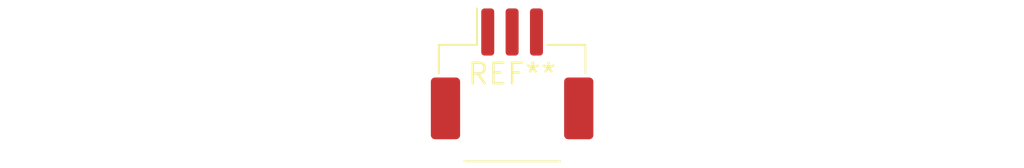
<source format=kicad_pcb>
(kicad_pcb (version 20240108) (generator pcbnew)
  (layers (0 "F.Cu" signal) (31 "B.Cu" signal) (34 "B.Paste" user) (35 "F.Paste" user) (36 "B.SilkS" user "B.Silkscreen") (37 "F.SilkS" user "F.Silkscreen") (38 "B.Mask" user) (39 "F.Mask" user) (44 "Edge.Cuts" user))
  (net 0 "")
  (footprint "Molex_CLIK-Mate_502585-0370_1x03-1MP_P1.50mm_Horizontal" (layer "F.Cu") (at 0 0)
    (property "Reference" "REF**")
    (property "Value" "Molex_CLIK-Mate_502585-0370_1x03-1MP_P1.50mm_Horizontal")
    (fp_line (start -4.51 -1.785) (end -2.16 -1.785) (layer "F.SilkS") (stroke (width 0.12)))
    (fp_line (start -4.51 -0.035) (end -4.51 -1.785) (layer "F.SilkS") (stroke (width 0.12)))
    (fp_line (start -2.94 5.385) (end 2.94 5.385) (layer "F.SilkS") (stroke (width 0.12)))
    (fp_line (start -2.16 -1.785) (end -2.16 -4.025) (layer "F.SilkS") (stroke (width 0.12)))
    (fp_line (start 4.51 -1.785) (end 2.16 -1.785) (layer "F.SilkS") (stroke (width 0.12)))
    (fp_line (start 4.51 -0.035) (end 4.51 -1.785) (layer "F.SilkS") (stroke (width 0.12)))
    (pad "1" smd roundrect (at -1.5 -2.575) (size 0.8 2.9) (layers "F.Cu" "F.Paste" "F.Mask"))
    (pad "2" smd roundrect (at 0 -2.575) (size 0.8 2.9) (layers "F.Cu" "F.Paste" "F.Mask"))
    (pad "3" smd roundrect (at 1.5 -2.575) (size 0.8 2.9) (layers "F.Cu" "F.Paste" "F.Mask"))
    (pad "MP" smd roundrect (at -4.1 2.125) (size 1.8 3.8) (layers "F.Cu" "F.Paste" "F.Mask") (roundrect_rratio 0.138889))
    (pad "MP" smd roundrect (at 4.1 2.125) (size 1.8 3.8) (layers "F.Cu" "F.Paste" "F.Mask") (roundrect_rratio 0.138889))
  )
)
</source>
